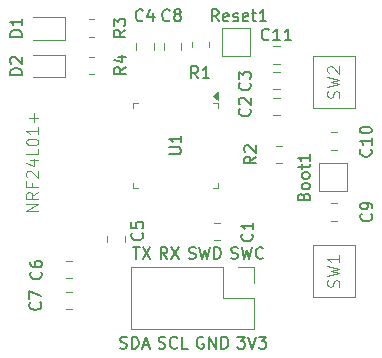
<source format=gbr>
%TF.GenerationSoftware,KiCad,Pcbnew,9.0.1*%
%TF.CreationDate,2025-08-08T13:51:02+02:00*%
%TF.ProjectId,remote,72656d6f-7465-42e6-9b69-6361645f7063,rev?*%
%TF.SameCoordinates,Original*%
%TF.FileFunction,Legend,Top*%
%TF.FilePolarity,Positive*%
%FSLAX46Y46*%
G04 Gerber Fmt 4.6, Leading zero omitted, Abs format (unit mm)*
G04 Created by KiCad (PCBNEW 9.0.1) date 2025-08-08 13:51:02*
%MOMM*%
%LPD*%
G01*
G04 APERTURE LIST*
%ADD10C,0.150000*%
%ADD11C,0.100000*%
%ADD12C,0.120000*%
G04 APERTURE END LIST*
D10*
X122289160Y-121922200D02*
X122432017Y-121969819D01*
X122432017Y-121969819D02*
X122670112Y-121969819D01*
X122670112Y-121969819D02*
X122765350Y-121922200D01*
X122765350Y-121922200D02*
X122812969Y-121874580D01*
X122812969Y-121874580D02*
X122860588Y-121779342D01*
X122860588Y-121779342D02*
X122860588Y-121684104D01*
X122860588Y-121684104D02*
X122812969Y-121588866D01*
X122812969Y-121588866D02*
X122765350Y-121541247D01*
X122765350Y-121541247D02*
X122670112Y-121493628D01*
X122670112Y-121493628D02*
X122479636Y-121446009D01*
X122479636Y-121446009D02*
X122384398Y-121398390D01*
X122384398Y-121398390D02*
X122336779Y-121350771D01*
X122336779Y-121350771D02*
X122289160Y-121255533D01*
X122289160Y-121255533D02*
X122289160Y-121160295D01*
X122289160Y-121160295D02*
X122336779Y-121065057D01*
X122336779Y-121065057D02*
X122384398Y-121017438D01*
X122384398Y-121017438D02*
X122479636Y-120969819D01*
X122479636Y-120969819D02*
X122717731Y-120969819D01*
X122717731Y-120969819D02*
X122860588Y-121017438D01*
X123193922Y-120969819D02*
X123432017Y-121969819D01*
X123432017Y-121969819D02*
X123622493Y-121255533D01*
X123622493Y-121255533D02*
X123812969Y-121969819D01*
X123812969Y-121969819D02*
X124051065Y-120969819D01*
X125003445Y-121874580D02*
X124955826Y-121922200D01*
X124955826Y-121922200D02*
X124812969Y-121969819D01*
X124812969Y-121969819D02*
X124717731Y-121969819D01*
X124717731Y-121969819D02*
X124574874Y-121922200D01*
X124574874Y-121922200D02*
X124479636Y-121826961D01*
X124479636Y-121826961D02*
X124432017Y-121731723D01*
X124432017Y-121731723D02*
X124384398Y-121541247D01*
X124384398Y-121541247D02*
X124384398Y-121398390D01*
X124384398Y-121398390D02*
X124432017Y-121207914D01*
X124432017Y-121207914D02*
X124479636Y-121112676D01*
X124479636Y-121112676D02*
X124574874Y-121017438D01*
X124574874Y-121017438D02*
X124717731Y-120969819D01*
X124717731Y-120969819D02*
X124812969Y-120969819D01*
X124812969Y-120969819D02*
X124955826Y-121017438D01*
X124955826Y-121017438D02*
X125003445Y-121065057D01*
X122841541Y-128569819D02*
X123460588Y-128569819D01*
X123460588Y-128569819D02*
X123127255Y-128950771D01*
X123127255Y-128950771D02*
X123270112Y-128950771D01*
X123270112Y-128950771D02*
X123365350Y-128998390D01*
X123365350Y-128998390D02*
X123412969Y-129046009D01*
X123412969Y-129046009D02*
X123460588Y-129141247D01*
X123460588Y-129141247D02*
X123460588Y-129379342D01*
X123460588Y-129379342D02*
X123412969Y-129474580D01*
X123412969Y-129474580D02*
X123365350Y-129522200D01*
X123365350Y-129522200D02*
X123270112Y-129569819D01*
X123270112Y-129569819D02*
X122984398Y-129569819D01*
X122984398Y-129569819D02*
X122889160Y-129522200D01*
X122889160Y-129522200D02*
X122841541Y-129474580D01*
X123746303Y-128569819D02*
X124079636Y-129569819D01*
X124079636Y-129569819D02*
X124412969Y-128569819D01*
X124651065Y-128569819D02*
X125270112Y-128569819D01*
X125270112Y-128569819D02*
X124936779Y-128950771D01*
X124936779Y-128950771D02*
X125079636Y-128950771D01*
X125079636Y-128950771D02*
X125174874Y-128998390D01*
X125174874Y-128998390D02*
X125222493Y-129046009D01*
X125222493Y-129046009D02*
X125270112Y-129141247D01*
X125270112Y-129141247D02*
X125270112Y-129379342D01*
X125270112Y-129379342D02*
X125222493Y-129474580D01*
X125222493Y-129474580D02*
X125174874Y-129522200D01*
X125174874Y-129522200D02*
X125079636Y-129569819D01*
X125079636Y-129569819D02*
X124793922Y-129569819D01*
X124793922Y-129569819D02*
X124698684Y-129522200D01*
X124698684Y-129522200D02*
X124651065Y-129474580D01*
X119952652Y-128617438D02*
X119857414Y-128569819D01*
X119857414Y-128569819D02*
X119714557Y-128569819D01*
X119714557Y-128569819D02*
X119571700Y-128617438D01*
X119571700Y-128617438D02*
X119476462Y-128712676D01*
X119476462Y-128712676D02*
X119428843Y-128807914D01*
X119428843Y-128807914D02*
X119381224Y-128998390D01*
X119381224Y-128998390D02*
X119381224Y-129141247D01*
X119381224Y-129141247D02*
X119428843Y-129331723D01*
X119428843Y-129331723D02*
X119476462Y-129426961D01*
X119476462Y-129426961D02*
X119571700Y-129522200D01*
X119571700Y-129522200D02*
X119714557Y-129569819D01*
X119714557Y-129569819D02*
X119809795Y-129569819D01*
X119809795Y-129569819D02*
X119952652Y-129522200D01*
X119952652Y-129522200D02*
X120000271Y-129474580D01*
X120000271Y-129474580D02*
X120000271Y-129141247D01*
X120000271Y-129141247D02*
X119809795Y-129141247D01*
X120428843Y-129569819D02*
X120428843Y-128569819D01*
X120428843Y-128569819D02*
X121000271Y-129569819D01*
X121000271Y-129569819D02*
X121000271Y-128569819D01*
X121476462Y-129569819D02*
X121476462Y-128569819D01*
X121476462Y-128569819D02*
X121714557Y-128569819D01*
X121714557Y-128569819D02*
X121857414Y-128617438D01*
X121857414Y-128617438D02*
X121952652Y-128712676D01*
X121952652Y-128712676D02*
X122000271Y-128807914D01*
X122000271Y-128807914D02*
X122047890Y-128998390D01*
X122047890Y-128998390D02*
X122047890Y-129141247D01*
X122047890Y-129141247D02*
X122000271Y-129331723D01*
X122000271Y-129331723D02*
X121952652Y-129426961D01*
X121952652Y-129426961D02*
X121857414Y-129522200D01*
X121857414Y-129522200D02*
X121714557Y-129569819D01*
X121714557Y-129569819D02*
X121476462Y-129569819D01*
X116159001Y-129522200D02*
X116301858Y-129569819D01*
X116301858Y-129569819D02*
X116539953Y-129569819D01*
X116539953Y-129569819D02*
X116635191Y-129522200D01*
X116635191Y-129522200D02*
X116682810Y-129474580D01*
X116682810Y-129474580D02*
X116730429Y-129379342D01*
X116730429Y-129379342D02*
X116730429Y-129284104D01*
X116730429Y-129284104D02*
X116682810Y-129188866D01*
X116682810Y-129188866D02*
X116635191Y-129141247D01*
X116635191Y-129141247D02*
X116539953Y-129093628D01*
X116539953Y-129093628D02*
X116349477Y-129046009D01*
X116349477Y-129046009D02*
X116254239Y-128998390D01*
X116254239Y-128998390D02*
X116206620Y-128950771D01*
X116206620Y-128950771D02*
X116159001Y-128855533D01*
X116159001Y-128855533D02*
X116159001Y-128760295D01*
X116159001Y-128760295D02*
X116206620Y-128665057D01*
X116206620Y-128665057D02*
X116254239Y-128617438D01*
X116254239Y-128617438D02*
X116349477Y-128569819D01*
X116349477Y-128569819D02*
X116587572Y-128569819D01*
X116587572Y-128569819D02*
X116730429Y-128617438D01*
X117730429Y-129474580D02*
X117682810Y-129522200D01*
X117682810Y-129522200D02*
X117539953Y-129569819D01*
X117539953Y-129569819D02*
X117444715Y-129569819D01*
X117444715Y-129569819D02*
X117301858Y-129522200D01*
X117301858Y-129522200D02*
X117206620Y-129426961D01*
X117206620Y-129426961D02*
X117159001Y-129331723D01*
X117159001Y-129331723D02*
X117111382Y-129141247D01*
X117111382Y-129141247D02*
X117111382Y-128998390D01*
X117111382Y-128998390D02*
X117159001Y-128807914D01*
X117159001Y-128807914D02*
X117206620Y-128712676D01*
X117206620Y-128712676D02*
X117301858Y-128617438D01*
X117301858Y-128617438D02*
X117444715Y-128569819D01*
X117444715Y-128569819D02*
X117539953Y-128569819D01*
X117539953Y-128569819D02*
X117682810Y-128617438D01*
X117682810Y-128617438D02*
X117730429Y-128665057D01*
X118635191Y-129569819D02*
X118159001Y-129569819D01*
X118159001Y-129569819D02*
X118159001Y-128569819D01*
X112889160Y-129522200D02*
X113032017Y-129569819D01*
X113032017Y-129569819D02*
X113270112Y-129569819D01*
X113270112Y-129569819D02*
X113365350Y-129522200D01*
X113365350Y-129522200D02*
X113412969Y-129474580D01*
X113412969Y-129474580D02*
X113460588Y-129379342D01*
X113460588Y-129379342D02*
X113460588Y-129284104D01*
X113460588Y-129284104D02*
X113412969Y-129188866D01*
X113412969Y-129188866D02*
X113365350Y-129141247D01*
X113365350Y-129141247D02*
X113270112Y-129093628D01*
X113270112Y-129093628D02*
X113079636Y-129046009D01*
X113079636Y-129046009D02*
X112984398Y-128998390D01*
X112984398Y-128998390D02*
X112936779Y-128950771D01*
X112936779Y-128950771D02*
X112889160Y-128855533D01*
X112889160Y-128855533D02*
X112889160Y-128760295D01*
X112889160Y-128760295D02*
X112936779Y-128665057D01*
X112936779Y-128665057D02*
X112984398Y-128617438D01*
X112984398Y-128617438D02*
X113079636Y-128569819D01*
X113079636Y-128569819D02*
X113317731Y-128569819D01*
X113317731Y-128569819D02*
X113460588Y-128617438D01*
X113889160Y-129569819D02*
X113889160Y-128569819D01*
X113889160Y-128569819D02*
X114127255Y-128569819D01*
X114127255Y-128569819D02*
X114270112Y-128617438D01*
X114270112Y-128617438D02*
X114365350Y-128712676D01*
X114365350Y-128712676D02*
X114412969Y-128807914D01*
X114412969Y-128807914D02*
X114460588Y-128998390D01*
X114460588Y-128998390D02*
X114460588Y-129141247D01*
X114460588Y-129141247D02*
X114412969Y-129331723D01*
X114412969Y-129331723D02*
X114365350Y-129426961D01*
X114365350Y-129426961D02*
X114270112Y-129522200D01*
X114270112Y-129522200D02*
X114127255Y-129569819D01*
X114127255Y-129569819D02*
X113889160Y-129569819D01*
X114841541Y-129284104D02*
X115317731Y-129284104D01*
X114746303Y-129569819D02*
X115079636Y-128569819D01*
X115079636Y-128569819D02*
X115412969Y-129569819D01*
X116901858Y-121969819D02*
X116568525Y-121493628D01*
X116330430Y-121969819D02*
X116330430Y-120969819D01*
X116330430Y-120969819D02*
X116711382Y-120969819D01*
X116711382Y-120969819D02*
X116806620Y-121017438D01*
X116806620Y-121017438D02*
X116854239Y-121065057D01*
X116854239Y-121065057D02*
X116901858Y-121160295D01*
X116901858Y-121160295D02*
X116901858Y-121303152D01*
X116901858Y-121303152D02*
X116854239Y-121398390D01*
X116854239Y-121398390D02*
X116806620Y-121446009D01*
X116806620Y-121446009D02*
X116711382Y-121493628D01*
X116711382Y-121493628D02*
X116330430Y-121493628D01*
X117235192Y-120969819D02*
X117901858Y-121969819D01*
X117901858Y-120969819D02*
X117235192Y-121969819D01*
X113993922Y-120969819D02*
X114565350Y-120969819D01*
X114279636Y-121969819D02*
X114279636Y-120969819D01*
X114803446Y-120969819D02*
X115470112Y-121969819D01*
X115470112Y-120969819D02*
X114803446Y-121969819D01*
X118714557Y-121922200D02*
X118857414Y-121969819D01*
X118857414Y-121969819D02*
X119095509Y-121969819D01*
X119095509Y-121969819D02*
X119190747Y-121922200D01*
X119190747Y-121922200D02*
X119238366Y-121874580D01*
X119238366Y-121874580D02*
X119285985Y-121779342D01*
X119285985Y-121779342D02*
X119285985Y-121684104D01*
X119285985Y-121684104D02*
X119238366Y-121588866D01*
X119238366Y-121588866D02*
X119190747Y-121541247D01*
X119190747Y-121541247D02*
X119095509Y-121493628D01*
X119095509Y-121493628D02*
X118905033Y-121446009D01*
X118905033Y-121446009D02*
X118809795Y-121398390D01*
X118809795Y-121398390D02*
X118762176Y-121350771D01*
X118762176Y-121350771D02*
X118714557Y-121255533D01*
X118714557Y-121255533D02*
X118714557Y-121160295D01*
X118714557Y-121160295D02*
X118762176Y-121065057D01*
X118762176Y-121065057D02*
X118809795Y-121017438D01*
X118809795Y-121017438D02*
X118905033Y-120969819D01*
X118905033Y-120969819D02*
X119143128Y-120969819D01*
X119143128Y-120969819D02*
X119285985Y-121017438D01*
X119619319Y-120969819D02*
X119857414Y-121969819D01*
X119857414Y-121969819D02*
X120047890Y-121255533D01*
X120047890Y-121255533D02*
X120238366Y-121969819D01*
X120238366Y-121969819D02*
X120476462Y-120969819D01*
X120857414Y-121969819D02*
X120857414Y-120969819D01*
X120857414Y-120969819D02*
X121095509Y-120969819D01*
X121095509Y-120969819D02*
X121238366Y-121017438D01*
X121238366Y-121017438D02*
X121333604Y-121112676D01*
X121333604Y-121112676D02*
X121381223Y-121207914D01*
X121381223Y-121207914D02*
X121428842Y-121398390D01*
X121428842Y-121398390D02*
X121428842Y-121541247D01*
X121428842Y-121541247D02*
X121381223Y-121731723D01*
X121381223Y-121731723D02*
X121333604Y-121826961D01*
X121333604Y-121826961D02*
X121238366Y-121922200D01*
X121238366Y-121922200D02*
X121095509Y-121969819D01*
X121095509Y-121969819D02*
X120857414Y-121969819D01*
X124404819Y-113316666D02*
X123928628Y-113649999D01*
X124404819Y-113888094D02*
X123404819Y-113888094D01*
X123404819Y-113888094D02*
X123404819Y-113507142D01*
X123404819Y-113507142D02*
X123452438Y-113411904D01*
X123452438Y-113411904D02*
X123500057Y-113364285D01*
X123500057Y-113364285D02*
X123595295Y-113316666D01*
X123595295Y-113316666D02*
X123738152Y-113316666D01*
X123738152Y-113316666D02*
X123833390Y-113364285D01*
X123833390Y-113364285D02*
X123881009Y-113411904D01*
X123881009Y-113411904D02*
X123928628Y-113507142D01*
X123928628Y-113507142D02*
X123928628Y-113888094D01*
X123500057Y-112935713D02*
X123452438Y-112888094D01*
X123452438Y-112888094D02*
X123404819Y-112792856D01*
X123404819Y-112792856D02*
X123404819Y-112554761D01*
X123404819Y-112554761D02*
X123452438Y-112459523D01*
X123452438Y-112459523D02*
X123500057Y-112411904D01*
X123500057Y-112411904D02*
X123595295Y-112364285D01*
X123595295Y-112364285D02*
X123690533Y-112364285D01*
X123690533Y-112364285D02*
X123833390Y-112411904D01*
X123833390Y-112411904D02*
X124404819Y-112983332D01*
X124404819Y-112983332D02*
X124404819Y-112364285D01*
X104579819Y-103148094D02*
X103579819Y-103148094D01*
X103579819Y-103148094D02*
X103579819Y-102909999D01*
X103579819Y-102909999D02*
X103627438Y-102767142D01*
X103627438Y-102767142D02*
X103722676Y-102671904D01*
X103722676Y-102671904D02*
X103817914Y-102624285D01*
X103817914Y-102624285D02*
X104008390Y-102576666D01*
X104008390Y-102576666D02*
X104151247Y-102576666D01*
X104151247Y-102576666D02*
X104341723Y-102624285D01*
X104341723Y-102624285D02*
X104436961Y-102671904D01*
X104436961Y-102671904D02*
X104532200Y-102767142D01*
X104532200Y-102767142D02*
X104579819Y-102909999D01*
X104579819Y-102909999D02*
X104579819Y-103148094D01*
X104579819Y-101624285D02*
X104579819Y-102195713D01*
X104579819Y-101909999D02*
X103579819Y-101909999D01*
X103579819Y-101909999D02*
X103722676Y-102005237D01*
X103722676Y-102005237D02*
X103817914Y-102100475D01*
X103817914Y-102100475D02*
X103865533Y-102195713D01*
X113404819Y-105726666D02*
X112928628Y-106059999D01*
X113404819Y-106298094D02*
X112404819Y-106298094D01*
X112404819Y-106298094D02*
X112404819Y-105917142D01*
X112404819Y-105917142D02*
X112452438Y-105821904D01*
X112452438Y-105821904D02*
X112500057Y-105774285D01*
X112500057Y-105774285D02*
X112595295Y-105726666D01*
X112595295Y-105726666D02*
X112738152Y-105726666D01*
X112738152Y-105726666D02*
X112833390Y-105774285D01*
X112833390Y-105774285D02*
X112881009Y-105821904D01*
X112881009Y-105821904D02*
X112928628Y-105917142D01*
X112928628Y-105917142D02*
X112928628Y-106298094D01*
X112738152Y-104869523D02*
X113404819Y-104869523D01*
X112357200Y-105107618D02*
X113071485Y-105345713D01*
X113071485Y-105345713D02*
X113071485Y-104726666D01*
X117098333Y-101759580D02*
X117050714Y-101807200D01*
X117050714Y-101807200D02*
X116907857Y-101854819D01*
X116907857Y-101854819D02*
X116812619Y-101854819D01*
X116812619Y-101854819D02*
X116669762Y-101807200D01*
X116669762Y-101807200D02*
X116574524Y-101711961D01*
X116574524Y-101711961D02*
X116526905Y-101616723D01*
X116526905Y-101616723D02*
X116479286Y-101426247D01*
X116479286Y-101426247D02*
X116479286Y-101283390D01*
X116479286Y-101283390D02*
X116526905Y-101092914D01*
X116526905Y-101092914D02*
X116574524Y-100997676D01*
X116574524Y-100997676D02*
X116669762Y-100902438D01*
X116669762Y-100902438D02*
X116812619Y-100854819D01*
X116812619Y-100854819D02*
X116907857Y-100854819D01*
X116907857Y-100854819D02*
X117050714Y-100902438D01*
X117050714Y-100902438D02*
X117098333Y-100950057D01*
X117669762Y-101283390D02*
X117574524Y-101235771D01*
X117574524Y-101235771D02*
X117526905Y-101188152D01*
X117526905Y-101188152D02*
X117479286Y-101092914D01*
X117479286Y-101092914D02*
X117479286Y-101045295D01*
X117479286Y-101045295D02*
X117526905Y-100950057D01*
X117526905Y-100950057D02*
X117574524Y-100902438D01*
X117574524Y-100902438D02*
X117669762Y-100854819D01*
X117669762Y-100854819D02*
X117860238Y-100854819D01*
X117860238Y-100854819D02*
X117955476Y-100902438D01*
X117955476Y-100902438D02*
X118003095Y-100950057D01*
X118003095Y-100950057D02*
X118050714Y-101045295D01*
X118050714Y-101045295D02*
X118050714Y-101092914D01*
X118050714Y-101092914D02*
X118003095Y-101188152D01*
X118003095Y-101188152D02*
X117955476Y-101235771D01*
X117955476Y-101235771D02*
X117860238Y-101283390D01*
X117860238Y-101283390D02*
X117669762Y-101283390D01*
X117669762Y-101283390D02*
X117574524Y-101331009D01*
X117574524Y-101331009D02*
X117526905Y-101378628D01*
X117526905Y-101378628D02*
X117479286Y-101473866D01*
X117479286Y-101473866D02*
X117479286Y-101664342D01*
X117479286Y-101664342D02*
X117526905Y-101759580D01*
X117526905Y-101759580D02*
X117574524Y-101807200D01*
X117574524Y-101807200D02*
X117669762Y-101854819D01*
X117669762Y-101854819D02*
X117860238Y-101854819D01*
X117860238Y-101854819D02*
X117955476Y-101807200D01*
X117955476Y-101807200D02*
X118003095Y-101759580D01*
X118003095Y-101759580D02*
X118050714Y-101664342D01*
X118050714Y-101664342D02*
X118050714Y-101473866D01*
X118050714Y-101473866D02*
X118003095Y-101378628D01*
X118003095Y-101378628D02*
X117955476Y-101331009D01*
X117955476Y-101331009D02*
X117860238Y-101283390D01*
X106134580Y-125666666D02*
X106182200Y-125714285D01*
X106182200Y-125714285D02*
X106229819Y-125857142D01*
X106229819Y-125857142D02*
X106229819Y-125952380D01*
X106229819Y-125952380D02*
X106182200Y-126095237D01*
X106182200Y-126095237D02*
X106086961Y-126190475D01*
X106086961Y-126190475D02*
X105991723Y-126238094D01*
X105991723Y-126238094D02*
X105801247Y-126285713D01*
X105801247Y-126285713D02*
X105658390Y-126285713D01*
X105658390Y-126285713D02*
X105467914Y-126238094D01*
X105467914Y-126238094D02*
X105372676Y-126190475D01*
X105372676Y-126190475D02*
X105277438Y-126095237D01*
X105277438Y-126095237D02*
X105229819Y-125952380D01*
X105229819Y-125952380D02*
X105229819Y-125857142D01*
X105229819Y-125857142D02*
X105277438Y-125714285D01*
X105277438Y-125714285D02*
X105325057Y-125666666D01*
X105229819Y-125333332D02*
X105229819Y-124666666D01*
X105229819Y-124666666D02*
X106229819Y-125095237D01*
X104579819Y-106398094D02*
X103579819Y-106398094D01*
X103579819Y-106398094D02*
X103579819Y-106159999D01*
X103579819Y-106159999D02*
X103627438Y-106017142D01*
X103627438Y-106017142D02*
X103722676Y-105921904D01*
X103722676Y-105921904D02*
X103817914Y-105874285D01*
X103817914Y-105874285D02*
X104008390Y-105826666D01*
X104008390Y-105826666D02*
X104151247Y-105826666D01*
X104151247Y-105826666D02*
X104341723Y-105874285D01*
X104341723Y-105874285D02*
X104436961Y-105921904D01*
X104436961Y-105921904D02*
X104532200Y-106017142D01*
X104532200Y-106017142D02*
X104579819Y-106159999D01*
X104579819Y-106159999D02*
X104579819Y-106398094D01*
X103675057Y-105445713D02*
X103627438Y-105398094D01*
X103627438Y-105398094D02*
X103579819Y-105302856D01*
X103579819Y-105302856D02*
X103579819Y-105064761D01*
X103579819Y-105064761D02*
X103627438Y-104969523D01*
X103627438Y-104969523D02*
X103675057Y-104921904D01*
X103675057Y-104921904D02*
X103770295Y-104874285D01*
X103770295Y-104874285D02*
X103865533Y-104874285D01*
X103865533Y-104874285D02*
X104008390Y-104921904D01*
X104008390Y-104921904D02*
X104579819Y-105493332D01*
X104579819Y-105493332D02*
X104579819Y-104874285D01*
X113354819Y-102576666D02*
X112878628Y-102909999D01*
X113354819Y-103148094D02*
X112354819Y-103148094D01*
X112354819Y-103148094D02*
X112354819Y-102767142D01*
X112354819Y-102767142D02*
X112402438Y-102671904D01*
X112402438Y-102671904D02*
X112450057Y-102624285D01*
X112450057Y-102624285D02*
X112545295Y-102576666D01*
X112545295Y-102576666D02*
X112688152Y-102576666D01*
X112688152Y-102576666D02*
X112783390Y-102624285D01*
X112783390Y-102624285D02*
X112831009Y-102671904D01*
X112831009Y-102671904D02*
X112878628Y-102767142D01*
X112878628Y-102767142D02*
X112878628Y-103148094D01*
X112354819Y-102243332D02*
X112354819Y-101624285D01*
X112354819Y-101624285D02*
X112735771Y-101957618D01*
X112735771Y-101957618D02*
X112735771Y-101814761D01*
X112735771Y-101814761D02*
X112783390Y-101719523D01*
X112783390Y-101719523D02*
X112831009Y-101671904D01*
X112831009Y-101671904D02*
X112926247Y-101624285D01*
X112926247Y-101624285D02*
X113164342Y-101624285D01*
X113164342Y-101624285D02*
X113259580Y-101671904D01*
X113259580Y-101671904D02*
X113307200Y-101719523D01*
X113307200Y-101719523D02*
X113354819Y-101814761D01*
X113354819Y-101814761D02*
X113354819Y-102100475D01*
X113354819Y-102100475D02*
X113307200Y-102195713D01*
X113307200Y-102195713D02*
X113259580Y-102243332D01*
X121235713Y-101854819D02*
X120902380Y-101378628D01*
X120664285Y-101854819D02*
X120664285Y-100854819D01*
X120664285Y-100854819D02*
X121045237Y-100854819D01*
X121045237Y-100854819D02*
X121140475Y-100902438D01*
X121140475Y-100902438D02*
X121188094Y-100950057D01*
X121188094Y-100950057D02*
X121235713Y-101045295D01*
X121235713Y-101045295D02*
X121235713Y-101188152D01*
X121235713Y-101188152D02*
X121188094Y-101283390D01*
X121188094Y-101283390D02*
X121140475Y-101331009D01*
X121140475Y-101331009D02*
X121045237Y-101378628D01*
X121045237Y-101378628D02*
X120664285Y-101378628D01*
X122045237Y-101807200D02*
X121949999Y-101854819D01*
X121949999Y-101854819D02*
X121759523Y-101854819D01*
X121759523Y-101854819D02*
X121664285Y-101807200D01*
X121664285Y-101807200D02*
X121616666Y-101711961D01*
X121616666Y-101711961D02*
X121616666Y-101331009D01*
X121616666Y-101331009D02*
X121664285Y-101235771D01*
X121664285Y-101235771D02*
X121759523Y-101188152D01*
X121759523Y-101188152D02*
X121949999Y-101188152D01*
X121949999Y-101188152D02*
X122045237Y-101235771D01*
X122045237Y-101235771D02*
X122092856Y-101331009D01*
X122092856Y-101331009D02*
X122092856Y-101426247D01*
X122092856Y-101426247D02*
X121616666Y-101521485D01*
X122473809Y-101807200D02*
X122569047Y-101854819D01*
X122569047Y-101854819D02*
X122759523Y-101854819D01*
X122759523Y-101854819D02*
X122854761Y-101807200D01*
X122854761Y-101807200D02*
X122902380Y-101711961D01*
X122902380Y-101711961D02*
X122902380Y-101664342D01*
X122902380Y-101664342D02*
X122854761Y-101569104D01*
X122854761Y-101569104D02*
X122759523Y-101521485D01*
X122759523Y-101521485D02*
X122616666Y-101521485D01*
X122616666Y-101521485D02*
X122521428Y-101473866D01*
X122521428Y-101473866D02*
X122473809Y-101378628D01*
X122473809Y-101378628D02*
X122473809Y-101331009D01*
X122473809Y-101331009D02*
X122521428Y-101235771D01*
X122521428Y-101235771D02*
X122616666Y-101188152D01*
X122616666Y-101188152D02*
X122759523Y-101188152D01*
X122759523Y-101188152D02*
X122854761Y-101235771D01*
X123711904Y-101807200D02*
X123616666Y-101854819D01*
X123616666Y-101854819D02*
X123426190Y-101854819D01*
X123426190Y-101854819D02*
X123330952Y-101807200D01*
X123330952Y-101807200D02*
X123283333Y-101711961D01*
X123283333Y-101711961D02*
X123283333Y-101331009D01*
X123283333Y-101331009D02*
X123330952Y-101235771D01*
X123330952Y-101235771D02*
X123426190Y-101188152D01*
X123426190Y-101188152D02*
X123616666Y-101188152D01*
X123616666Y-101188152D02*
X123711904Y-101235771D01*
X123711904Y-101235771D02*
X123759523Y-101331009D01*
X123759523Y-101331009D02*
X123759523Y-101426247D01*
X123759523Y-101426247D02*
X123283333Y-101521485D01*
X124045238Y-101188152D02*
X124426190Y-101188152D01*
X124188095Y-100854819D02*
X124188095Y-101711961D01*
X124188095Y-101711961D02*
X124235714Y-101807200D01*
X124235714Y-101807200D02*
X124330952Y-101854819D01*
X124330952Y-101854819D02*
X124426190Y-101854819D01*
X125283333Y-101854819D02*
X124711905Y-101854819D01*
X124997619Y-101854819D02*
X124997619Y-100854819D01*
X124997619Y-100854819D02*
X124902381Y-100997676D01*
X124902381Y-100997676D02*
X124807143Y-101092914D01*
X124807143Y-101092914D02*
X124711905Y-101140533D01*
X134159580Y-118166666D02*
X134207200Y-118214285D01*
X134207200Y-118214285D02*
X134254819Y-118357142D01*
X134254819Y-118357142D02*
X134254819Y-118452380D01*
X134254819Y-118452380D02*
X134207200Y-118595237D01*
X134207200Y-118595237D02*
X134111961Y-118690475D01*
X134111961Y-118690475D02*
X134016723Y-118738094D01*
X134016723Y-118738094D02*
X133826247Y-118785713D01*
X133826247Y-118785713D02*
X133683390Y-118785713D01*
X133683390Y-118785713D02*
X133492914Y-118738094D01*
X133492914Y-118738094D02*
X133397676Y-118690475D01*
X133397676Y-118690475D02*
X133302438Y-118595237D01*
X133302438Y-118595237D02*
X133254819Y-118452380D01*
X133254819Y-118452380D02*
X133254819Y-118357142D01*
X133254819Y-118357142D02*
X133302438Y-118214285D01*
X133302438Y-118214285D02*
X133350057Y-118166666D01*
X134254819Y-117690475D02*
X134254819Y-117499999D01*
X134254819Y-117499999D02*
X134207200Y-117404761D01*
X134207200Y-117404761D02*
X134159580Y-117357142D01*
X134159580Y-117357142D02*
X134016723Y-117261904D01*
X134016723Y-117261904D02*
X133826247Y-117214285D01*
X133826247Y-117214285D02*
X133445295Y-117214285D01*
X133445295Y-117214285D02*
X133350057Y-117261904D01*
X133350057Y-117261904D02*
X133302438Y-117309523D01*
X133302438Y-117309523D02*
X133254819Y-117404761D01*
X133254819Y-117404761D02*
X133254819Y-117595237D01*
X133254819Y-117595237D02*
X133302438Y-117690475D01*
X133302438Y-117690475D02*
X133350057Y-117738094D01*
X133350057Y-117738094D02*
X133445295Y-117785713D01*
X133445295Y-117785713D02*
X133683390Y-117785713D01*
X133683390Y-117785713D02*
X133778628Y-117738094D01*
X133778628Y-117738094D02*
X133826247Y-117690475D01*
X133826247Y-117690475D02*
X133873866Y-117595237D01*
X133873866Y-117595237D02*
X133873866Y-117404761D01*
X133873866Y-117404761D02*
X133826247Y-117309523D01*
X133826247Y-117309523D02*
X133778628Y-117261904D01*
X133778628Y-117261904D02*
X133683390Y-117214285D01*
X114833333Y-101759580D02*
X114785714Y-101807200D01*
X114785714Y-101807200D02*
X114642857Y-101854819D01*
X114642857Y-101854819D02*
X114547619Y-101854819D01*
X114547619Y-101854819D02*
X114404762Y-101807200D01*
X114404762Y-101807200D02*
X114309524Y-101711961D01*
X114309524Y-101711961D02*
X114261905Y-101616723D01*
X114261905Y-101616723D02*
X114214286Y-101426247D01*
X114214286Y-101426247D02*
X114214286Y-101283390D01*
X114214286Y-101283390D02*
X114261905Y-101092914D01*
X114261905Y-101092914D02*
X114309524Y-100997676D01*
X114309524Y-100997676D02*
X114404762Y-100902438D01*
X114404762Y-100902438D02*
X114547619Y-100854819D01*
X114547619Y-100854819D02*
X114642857Y-100854819D01*
X114642857Y-100854819D02*
X114785714Y-100902438D01*
X114785714Y-100902438D02*
X114833333Y-100950057D01*
X115690476Y-101188152D02*
X115690476Y-101854819D01*
X115452381Y-100807200D02*
X115214286Y-101521485D01*
X115214286Y-101521485D02*
X115833333Y-101521485D01*
X123859580Y-107066666D02*
X123907200Y-107114285D01*
X123907200Y-107114285D02*
X123954819Y-107257142D01*
X123954819Y-107257142D02*
X123954819Y-107352380D01*
X123954819Y-107352380D02*
X123907200Y-107495237D01*
X123907200Y-107495237D02*
X123811961Y-107590475D01*
X123811961Y-107590475D02*
X123716723Y-107638094D01*
X123716723Y-107638094D02*
X123526247Y-107685713D01*
X123526247Y-107685713D02*
X123383390Y-107685713D01*
X123383390Y-107685713D02*
X123192914Y-107638094D01*
X123192914Y-107638094D02*
X123097676Y-107590475D01*
X123097676Y-107590475D02*
X123002438Y-107495237D01*
X123002438Y-107495237D02*
X122954819Y-107352380D01*
X122954819Y-107352380D02*
X122954819Y-107257142D01*
X122954819Y-107257142D02*
X123002438Y-107114285D01*
X123002438Y-107114285D02*
X123050057Y-107066666D01*
X122954819Y-106733332D02*
X122954819Y-106114285D01*
X122954819Y-106114285D02*
X123335771Y-106447618D01*
X123335771Y-106447618D02*
X123335771Y-106304761D01*
X123335771Y-106304761D02*
X123383390Y-106209523D01*
X123383390Y-106209523D02*
X123431009Y-106161904D01*
X123431009Y-106161904D02*
X123526247Y-106114285D01*
X123526247Y-106114285D02*
X123764342Y-106114285D01*
X123764342Y-106114285D02*
X123859580Y-106161904D01*
X123859580Y-106161904D02*
X123907200Y-106209523D01*
X123907200Y-106209523D02*
X123954819Y-106304761D01*
X123954819Y-106304761D02*
X123954819Y-106590475D01*
X123954819Y-106590475D02*
X123907200Y-106685713D01*
X123907200Y-106685713D02*
X123859580Y-106733332D01*
X128431009Y-116695238D02*
X128478628Y-116552381D01*
X128478628Y-116552381D02*
X128526247Y-116504762D01*
X128526247Y-116504762D02*
X128621485Y-116457143D01*
X128621485Y-116457143D02*
X128764342Y-116457143D01*
X128764342Y-116457143D02*
X128859580Y-116504762D01*
X128859580Y-116504762D02*
X128907200Y-116552381D01*
X128907200Y-116552381D02*
X128954819Y-116647619D01*
X128954819Y-116647619D02*
X128954819Y-117028571D01*
X128954819Y-117028571D02*
X127954819Y-117028571D01*
X127954819Y-117028571D02*
X127954819Y-116695238D01*
X127954819Y-116695238D02*
X128002438Y-116600000D01*
X128002438Y-116600000D02*
X128050057Y-116552381D01*
X128050057Y-116552381D02*
X128145295Y-116504762D01*
X128145295Y-116504762D02*
X128240533Y-116504762D01*
X128240533Y-116504762D02*
X128335771Y-116552381D01*
X128335771Y-116552381D02*
X128383390Y-116600000D01*
X128383390Y-116600000D02*
X128431009Y-116695238D01*
X128431009Y-116695238D02*
X128431009Y-117028571D01*
X128954819Y-115885714D02*
X128907200Y-115980952D01*
X128907200Y-115980952D02*
X128859580Y-116028571D01*
X128859580Y-116028571D02*
X128764342Y-116076190D01*
X128764342Y-116076190D02*
X128478628Y-116076190D01*
X128478628Y-116076190D02*
X128383390Y-116028571D01*
X128383390Y-116028571D02*
X128335771Y-115980952D01*
X128335771Y-115980952D02*
X128288152Y-115885714D01*
X128288152Y-115885714D02*
X128288152Y-115742857D01*
X128288152Y-115742857D02*
X128335771Y-115647619D01*
X128335771Y-115647619D02*
X128383390Y-115600000D01*
X128383390Y-115600000D02*
X128478628Y-115552381D01*
X128478628Y-115552381D02*
X128764342Y-115552381D01*
X128764342Y-115552381D02*
X128859580Y-115600000D01*
X128859580Y-115600000D02*
X128907200Y-115647619D01*
X128907200Y-115647619D02*
X128954819Y-115742857D01*
X128954819Y-115742857D02*
X128954819Y-115885714D01*
X128954819Y-114980952D02*
X128907200Y-115076190D01*
X128907200Y-115076190D02*
X128859580Y-115123809D01*
X128859580Y-115123809D02*
X128764342Y-115171428D01*
X128764342Y-115171428D02*
X128478628Y-115171428D01*
X128478628Y-115171428D02*
X128383390Y-115123809D01*
X128383390Y-115123809D02*
X128335771Y-115076190D01*
X128335771Y-115076190D02*
X128288152Y-114980952D01*
X128288152Y-114980952D02*
X128288152Y-114838095D01*
X128288152Y-114838095D02*
X128335771Y-114742857D01*
X128335771Y-114742857D02*
X128383390Y-114695238D01*
X128383390Y-114695238D02*
X128478628Y-114647619D01*
X128478628Y-114647619D02*
X128764342Y-114647619D01*
X128764342Y-114647619D02*
X128859580Y-114695238D01*
X128859580Y-114695238D02*
X128907200Y-114742857D01*
X128907200Y-114742857D02*
X128954819Y-114838095D01*
X128954819Y-114838095D02*
X128954819Y-114980952D01*
X128288152Y-114361904D02*
X128288152Y-113980952D01*
X127954819Y-114219047D02*
X128811961Y-114219047D01*
X128811961Y-114219047D02*
X128907200Y-114171428D01*
X128907200Y-114171428D02*
X128954819Y-114076190D01*
X128954819Y-114076190D02*
X128954819Y-113980952D01*
X128954819Y-113123809D02*
X128954819Y-113695237D01*
X128954819Y-113409523D02*
X127954819Y-113409523D01*
X127954819Y-113409523D02*
X128097676Y-113504761D01*
X128097676Y-113504761D02*
X128192914Y-113599999D01*
X128192914Y-113599999D02*
X128240533Y-113695237D01*
X117054819Y-113111904D02*
X117864342Y-113111904D01*
X117864342Y-113111904D02*
X117959580Y-113064285D01*
X117959580Y-113064285D02*
X118007200Y-113016666D01*
X118007200Y-113016666D02*
X118054819Y-112921428D01*
X118054819Y-112921428D02*
X118054819Y-112730952D01*
X118054819Y-112730952D02*
X118007200Y-112635714D01*
X118007200Y-112635714D02*
X117959580Y-112588095D01*
X117959580Y-112588095D02*
X117864342Y-112540476D01*
X117864342Y-112540476D02*
X117054819Y-112540476D01*
X118054819Y-111540476D02*
X118054819Y-112111904D01*
X118054819Y-111826190D02*
X117054819Y-111826190D01*
X117054819Y-111826190D02*
X117197676Y-111921428D01*
X117197676Y-111921428D02*
X117292914Y-112016666D01*
X117292914Y-112016666D02*
X117340533Y-112111904D01*
D11*
X105959919Y-117931115D02*
X104959919Y-117931115D01*
X104959919Y-117931115D02*
X105959919Y-117359687D01*
X105959919Y-117359687D02*
X104959919Y-117359687D01*
X105959919Y-116312068D02*
X105483728Y-116645401D01*
X105959919Y-116883496D02*
X104959919Y-116883496D01*
X104959919Y-116883496D02*
X104959919Y-116502544D01*
X104959919Y-116502544D02*
X105007538Y-116407306D01*
X105007538Y-116407306D02*
X105055157Y-116359687D01*
X105055157Y-116359687D02*
X105150395Y-116312068D01*
X105150395Y-116312068D02*
X105293252Y-116312068D01*
X105293252Y-116312068D02*
X105388490Y-116359687D01*
X105388490Y-116359687D02*
X105436109Y-116407306D01*
X105436109Y-116407306D02*
X105483728Y-116502544D01*
X105483728Y-116502544D02*
X105483728Y-116883496D01*
X105436109Y-115550163D02*
X105436109Y-115883496D01*
X105959919Y-115883496D02*
X104959919Y-115883496D01*
X104959919Y-115883496D02*
X104959919Y-115407306D01*
X105055157Y-115073972D02*
X105007538Y-115026353D01*
X105007538Y-115026353D02*
X104959919Y-114931115D01*
X104959919Y-114931115D02*
X104959919Y-114693020D01*
X104959919Y-114693020D02*
X105007538Y-114597782D01*
X105007538Y-114597782D02*
X105055157Y-114550163D01*
X105055157Y-114550163D02*
X105150395Y-114502544D01*
X105150395Y-114502544D02*
X105245633Y-114502544D01*
X105245633Y-114502544D02*
X105388490Y-114550163D01*
X105388490Y-114550163D02*
X105959919Y-115121591D01*
X105959919Y-115121591D02*
X105959919Y-114502544D01*
X105293252Y-113645401D02*
X105959919Y-113645401D01*
X104912300Y-113883496D02*
X105626585Y-114121591D01*
X105626585Y-114121591D02*
X105626585Y-113502544D01*
X105959919Y-112645401D02*
X105959919Y-113121591D01*
X105959919Y-113121591D02*
X104959919Y-113121591D01*
X104959919Y-112121591D02*
X104959919Y-112026353D01*
X104959919Y-112026353D02*
X105007538Y-111931115D01*
X105007538Y-111931115D02*
X105055157Y-111883496D01*
X105055157Y-111883496D02*
X105150395Y-111835877D01*
X105150395Y-111835877D02*
X105340871Y-111788258D01*
X105340871Y-111788258D02*
X105578966Y-111788258D01*
X105578966Y-111788258D02*
X105769442Y-111835877D01*
X105769442Y-111835877D02*
X105864680Y-111883496D01*
X105864680Y-111883496D02*
X105912300Y-111931115D01*
X105912300Y-111931115D02*
X105959919Y-112026353D01*
X105959919Y-112026353D02*
X105959919Y-112121591D01*
X105959919Y-112121591D02*
X105912300Y-112216829D01*
X105912300Y-112216829D02*
X105864680Y-112264448D01*
X105864680Y-112264448D02*
X105769442Y-112312067D01*
X105769442Y-112312067D02*
X105578966Y-112359686D01*
X105578966Y-112359686D02*
X105340871Y-112359686D01*
X105340871Y-112359686D02*
X105150395Y-112312067D01*
X105150395Y-112312067D02*
X105055157Y-112264448D01*
X105055157Y-112264448D02*
X105007538Y-112216829D01*
X105007538Y-112216829D02*
X104959919Y-112121591D01*
X105959919Y-110835877D02*
X105959919Y-111407305D01*
X105959919Y-111121591D02*
X104959919Y-111121591D01*
X104959919Y-111121591D02*
X105102776Y-111216829D01*
X105102776Y-111216829D02*
X105198014Y-111312067D01*
X105198014Y-111312067D02*
X105245633Y-111407305D01*
X105578966Y-110407305D02*
X105578966Y-109645401D01*
X105959919Y-110026353D02*
X105198014Y-110026353D01*
D10*
X106184580Y-123066666D02*
X106232200Y-123114285D01*
X106232200Y-123114285D02*
X106279819Y-123257142D01*
X106279819Y-123257142D02*
X106279819Y-123352380D01*
X106279819Y-123352380D02*
X106232200Y-123495237D01*
X106232200Y-123495237D02*
X106136961Y-123590475D01*
X106136961Y-123590475D02*
X106041723Y-123638094D01*
X106041723Y-123638094D02*
X105851247Y-123685713D01*
X105851247Y-123685713D02*
X105708390Y-123685713D01*
X105708390Y-123685713D02*
X105517914Y-123638094D01*
X105517914Y-123638094D02*
X105422676Y-123590475D01*
X105422676Y-123590475D02*
X105327438Y-123495237D01*
X105327438Y-123495237D02*
X105279819Y-123352380D01*
X105279819Y-123352380D02*
X105279819Y-123257142D01*
X105279819Y-123257142D02*
X105327438Y-123114285D01*
X105327438Y-123114285D02*
X105375057Y-123066666D01*
X105279819Y-122209523D02*
X105279819Y-122399999D01*
X105279819Y-122399999D02*
X105327438Y-122495237D01*
X105327438Y-122495237D02*
X105375057Y-122542856D01*
X105375057Y-122542856D02*
X105517914Y-122638094D01*
X105517914Y-122638094D02*
X105708390Y-122685713D01*
X105708390Y-122685713D02*
X106089342Y-122685713D01*
X106089342Y-122685713D02*
X106184580Y-122638094D01*
X106184580Y-122638094D02*
X106232200Y-122590475D01*
X106232200Y-122590475D02*
X106279819Y-122495237D01*
X106279819Y-122495237D02*
X106279819Y-122304761D01*
X106279819Y-122304761D02*
X106232200Y-122209523D01*
X106232200Y-122209523D02*
X106184580Y-122161904D01*
X106184580Y-122161904D02*
X106089342Y-122114285D01*
X106089342Y-122114285D02*
X105851247Y-122114285D01*
X105851247Y-122114285D02*
X105756009Y-122161904D01*
X105756009Y-122161904D02*
X105708390Y-122209523D01*
X105708390Y-122209523D02*
X105660771Y-122304761D01*
X105660771Y-122304761D02*
X105660771Y-122495237D01*
X105660771Y-122495237D02*
X105708390Y-122590475D01*
X105708390Y-122590475D02*
X105756009Y-122638094D01*
X105756009Y-122638094D02*
X105851247Y-122685713D01*
X114759580Y-119766666D02*
X114807200Y-119814285D01*
X114807200Y-119814285D02*
X114854819Y-119957142D01*
X114854819Y-119957142D02*
X114854819Y-120052380D01*
X114854819Y-120052380D02*
X114807200Y-120195237D01*
X114807200Y-120195237D02*
X114711961Y-120290475D01*
X114711961Y-120290475D02*
X114616723Y-120338094D01*
X114616723Y-120338094D02*
X114426247Y-120385713D01*
X114426247Y-120385713D02*
X114283390Y-120385713D01*
X114283390Y-120385713D02*
X114092914Y-120338094D01*
X114092914Y-120338094D02*
X113997676Y-120290475D01*
X113997676Y-120290475D02*
X113902438Y-120195237D01*
X113902438Y-120195237D02*
X113854819Y-120052380D01*
X113854819Y-120052380D02*
X113854819Y-119957142D01*
X113854819Y-119957142D02*
X113902438Y-119814285D01*
X113902438Y-119814285D02*
X113950057Y-119766666D01*
X113854819Y-118861904D02*
X113854819Y-119338094D01*
X113854819Y-119338094D02*
X114331009Y-119385713D01*
X114331009Y-119385713D02*
X114283390Y-119338094D01*
X114283390Y-119338094D02*
X114235771Y-119242856D01*
X114235771Y-119242856D02*
X114235771Y-119004761D01*
X114235771Y-119004761D02*
X114283390Y-118909523D01*
X114283390Y-118909523D02*
X114331009Y-118861904D01*
X114331009Y-118861904D02*
X114426247Y-118814285D01*
X114426247Y-118814285D02*
X114664342Y-118814285D01*
X114664342Y-118814285D02*
X114759580Y-118861904D01*
X114759580Y-118861904D02*
X114807200Y-118909523D01*
X114807200Y-118909523D02*
X114854819Y-119004761D01*
X114854819Y-119004761D02*
X114854819Y-119242856D01*
X114854819Y-119242856D02*
X114807200Y-119338094D01*
X114807200Y-119338094D02*
X114759580Y-119385713D01*
D11*
X131409800Y-124333332D02*
X131457419Y-124190475D01*
X131457419Y-124190475D02*
X131457419Y-123952380D01*
X131457419Y-123952380D02*
X131409800Y-123857142D01*
X131409800Y-123857142D02*
X131362180Y-123809523D01*
X131362180Y-123809523D02*
X131266942Y-123761904D01*
X131266942Y-123761904D02*
X131171704Y-123761904D01*
X131171704Y-123761904D02*
X131076466Y-123809523D01*
X131076466Y-123809523D02*
X131028847Y-123857142D01*
X131028847Y-123857142D02*
X130981228Y-123952380D01*
X130981228Y-123952380D02*
X130933609Y-124142856D01*
X130933609Y-124142856D02*
X130885990Y-124238094D01*
X130885990Y-124238094D02*
X130838371Y-124285713D01*
X130838371Y-124285713D02*
X130743133Y-124333332D01*
X130743133Y-124333332D02*
X130647895Y-124333332D01*
X130647895Y-124333332D02*
X130552657Y-124285713D01*
X130552657Y-124285713D02*
X130505038Y-124238094D01*
X130505038Y-124238094D02*
X130457419Y-124142856D01*
X130457419Y-124142856D02*
X130457419Y-123904761D01*
X130457419Y-123904761D02*
X130505038Y-123761904D01*
X130457419Y-123428570D02*
X131457419Y-123190475D01*
X131457419Y-123190475D02*
X130743133Y-122999999D01*
X130743133Y-122999999D02*
X131457419Y-122809523D01*
X131457419Y-122809523D02*
X130457419Y-122571428D01*
X131457419Y-121666666D02*
X131457419Y-122238094D01*
X131457419Y-121952380D02*
X130457419Y-121952380D01*
X130457419Y-121952380D02*
X130600276Y-122047618D01*
X130600276Y-122047618D02*
X130695514Y-122142856D01*
X130695514Y-122142856D02*
X130743133Y-122238094D01*
D10*
X119508333Y-106679819D02*
X119175000Y-106203628D01*
X118936905Y-106679819D02*
X118936905Y-105679819D01*
X118936905Y-105679819D02*
X119317857Y-105679819D01*
X119317857Y-105679819D02*
X119413095Y-105727438D01*
X119413095Y-105727438D02*
X119460714Y-105775057D01*
X119460714Y-105775057D02*
X119508333Y-105870295D01*
X119508333Y-105870295D02*
X119508333Y-106013152D01*
X119508333Y-106013152D02*
X119460714Y-106108390D01*
X119460714Y-106108390D02*
X119413095Y-106156009D01*
X119413095Y-106156009D02*
X119317857Y-106203628D01*
X119317857Y-106203628D02*
X118936905Y-106203628D01*
X120460714Y-106679819D02*
X119889286Y-106679819D01*
X120175000Y-106679819D02*
X120175000Y-105679819D01*
X120175000Y-105679819D02*
X120079762Y-105822676D01*
X120079762Y-105822676D02*
X119984524Y-105917914D01*
X119984524Y-105917914D02*
X119889286Y-105965533D01*
X123859580Y-109266666D02*
X123907200Y-109314285D01*
X123907200Y-109314285D02*
X123954819Y-109457142D01*
X123954819Y-109457142D02*
X123954819Y-109552380D01*
X123954819Y-109552380D02*
X123907200Y-109695237D01*
X123907200Y-109695237D02*
X123811961Y-109790475D01*
X123811961Y-109790475D02*
X123716723Y-109838094D01*
X123716723Y-109838094D02*
X123526247Y-109885713D01*
X123526247Y-109885713D02*
X123383390Y-109885713D01*
X123383390Y-109885713D02*
X123192914Y-109838094D01*
X123192914Y-109838094D02*
X123097676Y-109790475D01*
X123097676Y-109790475D02*
X123002438Y-109695237D01*
X123002438Y-109695237D02*
X122954819Y-109552380D01*
X122954819Y-109552380D02*
X122954819Y-109457142D01*
X122954819Y-109457142D02*
X123002438Y-109314285D01*
X123002438Y-109314285D02*
X123050057Y-109266666D01*
X123050057Y-108885713D02*
X123002438Y-108838094D01*
X123002438Y-108838094D02*
X122954819Y-108742856D01*
X122954819Y-108742856D02*
X122954819Y-108504761D01*
X122954819Y-108504761D02*
X123002438Y-108409523D01*
X123002438Y-108409523D02*
X123050057Y-108361904D01*
X123050057Y-108361904D02*
X123145295Y-108314285D01*
X123145295Y-108314285D02*
X123240533Y-108314285D01*
X123240533Y-108314285D02*
X123383390Y-108361904D01*
X123383390Y-108361904D02*
X123954819Y-108933332D01*
X123954819Y-108933332D02*
X123954819Y-108314285D01*
X134109580Y-112692857D02*
X134157200Y-112740476D01*
X134157200Y-112740476D02*
X134204819Y-112883333D01*
X134204819Y-112883333D02*
X134204819Y-112978571D01*
X134204819Y-112978571D02*
X134157200Y-113121428D01*
X134157200Y-113121428D02*
X134061961Y-113216666D01*
X134061961Y-113216666D02*
X133966723Y-113264285D01*
X133966723Y-113264285D02*
X133776247Y-113311904D01*
X133776247Y-113311904D02*
X133633390Y-113311904D01*
X133633390Y-113311904D02*
X133442914Y-113264285D01*
X133442914Y-113264285D02*
X133347676Y-113216666D01*
X133347676Y-113216666D02*
X133252438Y-113121428D01*
X133252438Y-113121428D02*
X133204819Y-112978571D01*
X133204819Y-112978571D02*
X133204819Y-112883333D01*
X133204819Y-112883333D02*
X133252438Y-112740476D01*
X133252438Y-112740476D02*
X133300057Y-112692857D01*
X134204819Y-111740476D02*
X134204819Y-112311904D01*
X134204819Y-112026190D02*
X133204819Y-112026190D01*
X133204819Y-112026190D02*
X133347676Y-112121428D01*
X133347676Y-112121428D02*
X133442914Y-112216666D01*
X133442914Y-112216666D02*
X133490533Y-112311904D01*
X133204819Y-111121428D02*
X133204819Y-111026190D01*
X133204819Y-111026190D02*
X133252438Y-110930952D01*
X133252438Y-110930952D02*
X133300057Y-110883333D01*
X133300057Y-110883333D02*
X133395295Y-110835714D01*
X133395295Y-110835714D02*
X133585771Y-110788095D01*
X133585771Y-110788095D02*
X133823866Y-110788095D01*
X133823866Y-110788095D02*
X134014342Y-110835714D01*
X134014342Y-110835714D02*
X134109580Y-110883333D01*
X134109580Y-110883333D02*
X134157200Y-110930952D01*
X134157200Y-110930952D02*
X134204819Y-111026190D01*
X134204819Y-111026190D02*
X134204819Y-111121428D01*
X134204819Y-111121428D02*
X134157200Y-111216666D01*
X134157200Y-111216666D02*
X134109580Y-111264285D01*
X134109580Y-111264285D02*
X134014342Y-111311904D01*
X134014342Y-111311904D02*
X133823866Y-111359523D01*
X133823866Y-111359523D02*
X133585771Y-111359523D01*
X133585771Y-111359523D02*
X133395295Y-111311904D01*
X133395295Y-111311904D02*
X133300057Y-111264285D01*
X133300057Y-111264285D02*
X133252438Y-111216666D01*
X133252438Y-111216666D02*
X133204819Y-111121428D01*
X125507142Y-103379580D02*
X125459523Y-103427200D01*
X125459523Y-103427200D02*
X125316666Y-103474819D01*
X125316666Y-103474819D02*
X125221428Y-103474819D01*
X125221428Y-103474819D02*
X125078571Y-103427200D01*
X125078571Y-103427200D02*
X124983333Y-103331961D01*
X124983333Y-103331961D02*
X124935714Y-103236723D01*
X124935714Y-103236723D02*
X124888095Y-103046247D01*
X124888095Y-103046247D02*
X124888095Y-102903390D01*
X124888095Y-102903390D02*
X124935714Y-102712914D01*
X124935714Y-102712914D02*
X124983333Y-102617676D01*
X124983333Y-102617676D02*
X125078571Y-102522438D01*
X125078571Y-102522438D02*
X125221428Y-102474819D01*
X125221428Y-102474819D02*
X125316666Y-102474819D01*
X125316666Y-102474819D02*
X125459523Y-102522438D01*
X125459523Y-102522438D02*
X125507142Y-102570057D01*
X126459523Y-103474819D02*
X125888095Y-103474819D01*
X126173809Y-103474819D02*
X126173809Y-102474819D01*
X126173809Y-102474819D02*
X126078571Y-102617676D01*
X126078571Y-102617676D02*
X125983333Y-102712914D01*
X125983333Y-102712914D02*
X125888095Y-102760533D01*
X127411904Y-103474819D02*
X126840476Y-103474819D01*
X127126190Y-103474819D02*
X127126190Y-102474819D01*
X127126190Y-102474819D02*
X127030952Y-102617676D01*
X127030952Y-102617676D02*
X126935714Y-102712914D01*
X126935714Y-102712914D02*
X126840476Y-102760533D01*
X124059580Y-119866666D02*
X124107200Y-119914285D01*
X124107200Y-119914285D02*
X124154819Y-120057142D01*
X124154819Y-120057142D02*
X124154819Y-120152380D01*
X124154819Y-120152380D02*
X124107200Y-120295237D01*
X124107200Y-120295237D02*
X124011961Y-120390475D01*
X124011961Y-120390475D02*
X123916723Y-120438094D01*
X123916723Y-120438094D02*
X123726247Y-120485713D01*
X123726247Y-120485713D02*
X123583390Y-120485713D01*
X123583390Y-120485713D02*
X123392914Y-120438094D01*
X123392914Y-120438094D02*
X123297676Y-120390475D01*
X123297676Y-120390475D02*
X123202438Y-120295237D01*
X123202438Y-120295237D02*
X123154819Y-120152380D01*
X123154819Y-120152380D02*
X123154819Y-120057142D01*
X123154819Y-120057142D02*
X123202438Y-119914285D01*
X123202438Y-119914285D02*
X123250057Y-119866666D01*
X124154819Y-118914285D02*
X124154819Y-119485713D01*
X124154819Y-119199999D02*
X123154819Y-119199999D01*
X123154819Y-119199999D02*
X123297676Y-119295237D01*
X123297676Y-119295237D02*
X123392914Y-119390475D01*
X123392914Y-119390475D02*
X123440533Y-119485713D01*
D11*
X131409800Y-108333332D02*
X131457419Y-108190475D01*
X131457419Y-108190475D02*
X131457419Y-107952380D01*
X131457419Y-107952380D02*
X131409800Y-107857142D01*
X131409800Y-107857142D02*
X131362180Y-107809523D01*
X131362180Y-107809523D02*
X131266942Y-107761904D01*
X131266942Y-107761904D02*
X131171704Y-107761904D01*
X131171704Y-107761904D02*
X131076466Y-107809523D01*
X131076466Y-107809523D02*
X131028847Y-107857142D01*
X131028847Y-107857142D02*
X130981228Y-107952380D01*
X130981228Y-107952380D02*
X130933609Y-108142856D01*
X130933609Y-108142856D02*
X130885990Y-108238094D01*
X130885990Y-108238094D02*
X130838371Y-108285713D01*
X130838371Y-108285713D02*
X130743133Y-108333332D01*
X130743133Y-108333332D02*
X130647895Y-108333332D01*
X130647895Y-108333332D02*
X130552657Y-108285713D01*
X130552657Y-108285713D02*
X130505038Y-108238094D01*
X130505038Y-108238094D02*
X130457419Y-108142856D01*
X130457419Y-108142856D02*
X130457419Y-107904761D01*
X130457419Y-107904761D02*
X130505038Y-107761904D01*
X130457419Y-107428570D02*
X131457419Y-107190475D01*
X131457419Y-107190475D02*
X130743133Y-106999999D01*
X130743133Y-106999999D02*
X131457419Y-106809523D01*
X131457419Y-106809523D02*
X130457419Y-106571428D01*
X130552657Y-106238094D02*
X130505038Y-106190475D01*
X130505038Y-106190475D02*
X130457419Y-106095237D01*
X130457419Y-106095237D02*
X130457419Y-105857142D01*
X130457419Y-105857142D02*
X130505038Y-105761904D01*
X130505038Y-105761904D02*
X130552657Y-105714285D01*
X130552657Y-105714285D02*
X130647895Y-105666666D01*
X130647895Y-105666666D02*
X130743133Y-105666666D01*
X130743133Y-105666666D02*
X130885990Y-105714285D01*
X130885990Y-105714285D02*
X131457419Y-106285713D01*
X131457419Y-106285713D02*
X131457419Y-105666666D01*
D12*
%TO.C,R2*%
X126122936Y-112415000D02*
X126577064Y-112415000D01*
X126122936Y-113885000D02*
X126577064Y-113885000D01*
%TO.C,D1*%
X105512500Y-103420000D02*
X108197500Y-103420000D01*
X108197500Y-101500000D02*
X105512500Y-101500000D01*
X108197500Y-103420000D02*
X108197500Y-101500000D01*
%TO.C,R4*%
X110260436Y-104865000D02*
X110714564Y-104865000D01*
X110260436Y-106335000D02*
X110714564Y-106335000D01*
%TO.C,C8*%
X116630000Y-104261252D02*
X116630000Y-103738748D01*
X118100000Y-104261252D02*
X118100000Y-103738748D01*
%TO.C,C7*%
X108301248Y-124765000D02*
X108823752Y-124765000D01*
X108301248Y-126235000D02*
X108823752Y-126235000D01*
%TO.C,D2*%
X105512500Y-106605000D02*
X108197500Y-106605000D01*
X108197500Y-104685000D02*
X105512500Y-104685000D01*
X108197500Y-106605000D02*
X108197500Y-104685000D01*
%TO.C,R3*%
X110260436Y-101680000D02*
X110714564Y-101680000D01*
X110260436Y-103150000D02*
X110714564Y-103150000D01*
%TO.C,Reset1*%
X121500000Y-102420000D02*
X123900000Y-102420000D01*
X121500000Y-104820000D02*
X121500000Y-102420000D01*
X123900000Y-102420000D02*
X123900000Y-104820000D01*
X123900000Y-104820000D02*
X121500000Y-104820000D01*
%TO.C,C9*%
X131261252Y-117265000D02*
X130738748Y-117265000D01*
X131261252Y-118735000D02*
X130738748Y-118735000D01*
%TO.C,J1*%
X113850000Y-122630000D02*
X113850000Y-127930000D01*
X121580000Y-122630000D02*
X113850000Y-122630000D01*
X121580000Y-122630000D02*
X121580000Y-125280000D01*
X121580000Y-125280000D02*
X124230000Y-125280000D01*
X122850000Y-122630000D02*
X124230000Y-122630000D01*
X124230000Y-122630000D02*
X124230000Y-124010000D01*
X124230000Y-125280000D02*
X124230000Y-127930000D01*
X124230000Y-127930000D02*
X113850000Y-127930000D01*
%TO.C,C4*%
X114265000Y-104261252D02*
X114265000Y-103738748D01*
X115735000Y-104261252D02*
X115735000Y-103738748D01*
%TO.C,C3*%
X125888748Y-106165000D02*
X126411252Y-106165000D01*
X125888748Y-107635000D02*
X126411252Y-107635000D01*
%TO.C,Boot1*%
X129750000Y-113850000D02*
X132150000Y-113850000D01*
X129750000Y-116250000D02*
X129750000Y-113850000D01*
X132150000Y-113850000D02*
X132150000Y-116250000D01*
X132150000Y-116250000D02*
X129750000Y-116250000D01*
%TO.C,U1*%
X113990000Y-108740000D02*
X114440000Y-108740000D01*
X113990000Y-109190000D02*
X113990000Y-108740000D01*
X113990000Y-115510000D02*
X113990000Y-115960000D01*
X113990000Y-115960000D02*
X114440000Y-115960000D01*
X121210000Y-108740000D02*
X120760000Y-108740000D01*
X121210000Y-109190000D02*
X121210000Y-108740000D01*
X121210000Y-115510000D02*
X121210000Y-115960000D01*
X121210000Y-115960000D02*
X120760000Y-115960000D01*
X121230000Y-108490000D02*
X120760000Y-108150000D01*
X121230000Y-107810000D01*
X121230000Y-108490000D01*
G36*
X121230000Y-108490000D02*
G01*
X120760000Y-108150000D01*
X121230000Y-107810000D01*
X121230000Y-108490000D01*
G37*
%TO.C,C6*%
X108301248Y-122165000D02*
X108823752Y-122165000D01*
X108301248Y-123635000D02*
X108823752Y-123635000D01*
%TO.C,C5*%
X111815000Y-120013748D02*
X111815000Y-120536252D01*
X113285000Y-120013748D02*
X113285000Y-120536252D01*
%TO.C,SW1*%
D11*
X129200000Y-125200000D02*
X132800000Y-125200000D01*
X132800000Y-120800000D01*
X129200000Y-120800000D01*
X129200000Y-125200000D01*
D12*
%TO.C,R1*%
X118965000Y-103572936D02*
X118965000Y-104027064D01*
X120435000Y-103572936D02*
X120435000Y-104027064D01*
%TO.C,C2*%
X125888748Y-108365000D02*
X126411252Y-108365000D01*
X125888748Y-109835000D02*
X126411252Y-109835000D01*
%TO.C,C10*%
X130738748Y-111265000D02*
X131261252Y-111265000D01*
X130738748Y-112735000D02*
X131261252Y-112735000D01*
%TO.C,C11*%
X125888748Y-103965000D02*
X126411252Y-103965000D01*
X125888748Y-105435000D02*
X126411252Y-105435000D01*
%TO.C,C1*%
X120838748Y-118915000D02*
X121361252Y-118915000D01*
X120838748Y-120385000D02*
X121361252Y-120385000D01*
%TO.C,SW2*%
D11*
X129200000Y-109200000D02*
X132800000Y-109200000D01*
X132800000Y-104800000D01*
X129200000Y-104800000D01*
X129200000Y-109200000D01*
%TD*%
M02*

</source>
